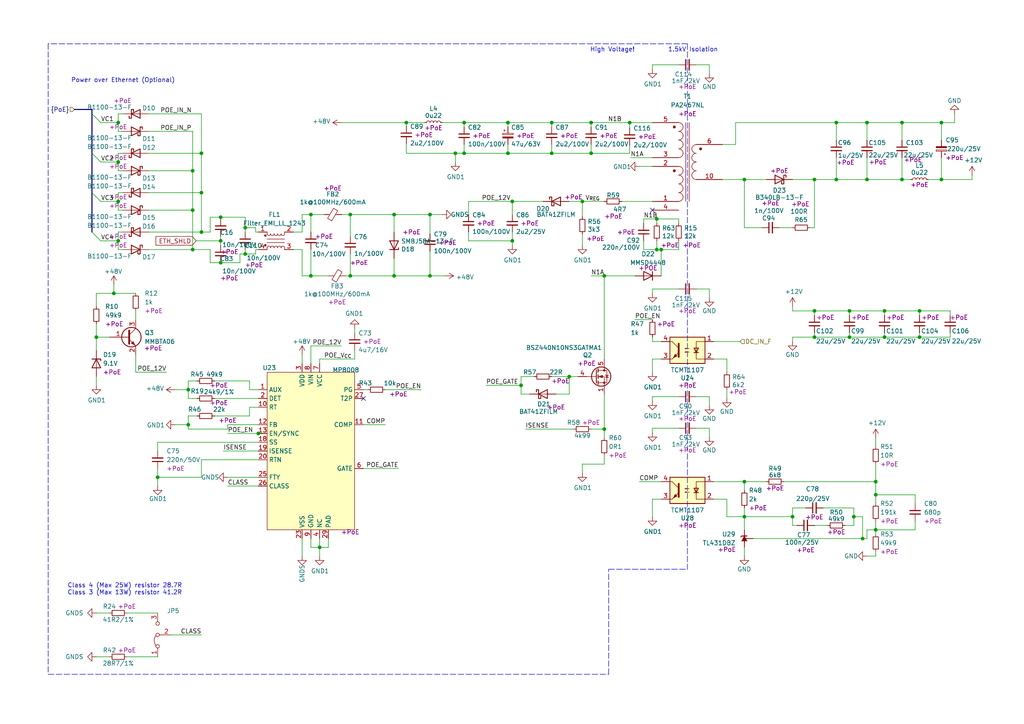
<source format=kicad_sch>
(kicad_sch (version 20211123) (generator eeschema)
  (paper "A4")
  (title_block (title "Power over Ethernet") (date "2022-04-27") (rev "1.2b") (company "Nabu Casa") (comment 1 "www.nabucasa.com") (comment 2 "Yellow"))
  (junction (at 124.714 80.01))
  (junction (at 90.17 80.01))
  (junction (at 117.856 35.56))
  (junction (at 215.9 149.86) (diameter 0.9144))
  (junction (at 254 143.51) (diameter 0.9144))
  (junction (at 215.9 52.07))
  (junction (at 64.008 69.85))
  (junction (at 101.6 62.23) (diameter 0.9144))
  (junction (at 256.54 97.79) (diameter 0.9144))
  (junction (at 134.62 44.45) (diameter 0.9144))
  (junction (at 101.6 80.01) (diameter 0.9144))
  (junction (at 147.32 35.56) (diameter 0.9144))
  (junction (at 242.57 52.07))
  (junction (at 124.714 62.23))
  (junction (at 190.5 63.5))
  (junction (at 160.02 44.45) (diameter 0.9144))
  (junction (at 242.57 35.56) (diameter 0.9144))
  (junction (at 34.29 69.85) (diameter 0.9144))
  (junction (at 182.626 35.56))
  (junction (at 246.38 97.79) (diameter 0.9144))
  (junction (at 236.22 52.07))
  (junction (at 175.26 80.01) (diameter 0.9144))
  (junction (at 191.77 72.39))
  (junction (at 45.72 138.43) (diameter 0.9144))
  (junction (at 250.19 156.21))
  (junction (at 34.29 58.42) (diameter 0.9144))
  (junction (at 134.62 35.56))
  (junction (at 168.91 58.42) (diameter 0.9144))
  (junction (at 175.26 124.46) (diameter 0.9144))
  (junction (at 165.1 109.22) (diameter 0.9144))
  (junction (at 55.88 60.96) (diameter 0.9144))
  (junction (at 34.29 35.56) (diameter 0.9144))
  (junction (at 58.42 55.88) (diameter 0.9144))
  (junction (at 58.42 67.31) (diameter 0.9144))
  (junction (at 55.88 49.53) (diameter 0.9144))
  (junction (at 148.59 58.42) (diameter 0.9144))
  (junction (at 246.38 90.17) (diameter 0.9144))
  (junction (at 273.05 52.07))
  (junction (at 54.61 123.19) (diameter 0.9144))
  (junction (at 58.42 44.45) (diameter 0.9144))
  (junction (at 171.45 44.45))
  (junction (at 171.45 35.56) (diameter 0.9144))
  (junction (at 114.3 62.23) (diameter 0.9144))
  (junction (at 64.008 76.2))
  (junction (at 190.5 72.39) (diameter 0.9144))
  (junction (at 266.7 97.79) (diameter 0.9144))
  (junction (at 215.9 139.7) (diameter 0.9144))
  (junction (at 261.62 52.07))
  (junction (at 114.3 80.01) (diameter 0.9144))
  (junction (at 54.61 113.03) (diameter 0.9144))
  (junction (at 160.02 35.56) (diameter 0.9144))
  (junction (at 254 139.7) (diameter 0.9144))
  (junction (at 148.59 69.85) (diameter 0.9144))
  (junction (at 256.54 90.17) (diameter 0.9144))
  (junction (at 55.88 72.39) (diameter 0.9144))
  (junction (at 64.008 62.992))
  (junction (at 254 153.67) (diameter 0.9144))
  (junction (at 132.08 44.45))
  (junction (at 90.17 62.23))
  (junction (at 71.12 73.66))
  (junction (at 236.22 97.79) (diameter 0.9144))
  (junction (at 147.32 44.45) (diameter 0.9144))
  (junction (at 229.87 149.86) (diameter 0.9144))
  (junction (at 251.46 35.56) (diameter 0.9144))
  (junction (at 33.02 85.09) (diameter 0.9144))
  (junction (at 273.05 35.56) (diameter 0.9144))
  (junction (at 92.71 158.75) (diameter 0.9144))
  (junction (at 34.29 46.99) (diameter 0.9144))
  (junction (at 236.22 90.17) (diameter 0.9144))
  (junction (at 27.94 97.79) (diameter 0.9144))
  (junction (at 151.13 111.76) (diameter 0.9144))
  (junction (at 71.12 66.04))
  (junction (at 251.46 52.07))
  (junction (at 266.7 90.17) (diameter 0.9144))
  (junction (at 261.62 35.56) (diameter 0.9144))
  (junction (at 74.93 125.73))
  (junction (at 247.65 149.86))
  (no_connect (at 189.23 60.96))
  (no_connect (at 105.41 115.57))
  (bus_entry (at 26.67 33.02) (size 2.54 2.54) (stroke (width 0.1524)))
  (bus_entry (at 26.67 67.31) (size 2.54 2.54) (stroke (width 0.1524)))
  (bus_entry (at 26.67 44.45) (size 2.54 2.54) (stroke (width 0.1524)))
  (bus_entry (at 26.67 55.88) (size 2.54 2.54) (stroke (width 0.1524)))
  (wire (pts (xy 246.38 90.17) (xy 246.38 91.44)))
  (wire (pts (xy 229.87 149.86) (xy 229.87 152.4)))
  (polyline (pts (xy 13.97 12.7) (xy 13.97 195.58)) (stroke (width 0) (type dash)))
  (wire (pts (xy 49.53 184.15) (xy 58.42 184.15)))
  (wire (pts (xy 132.08 44.45) (xy 132.08 46.99)))
  (wire (pts (xy 215.9 139.7) (xy 215.9 142.24)))
  (wire (pts (xy 242.57 35.56) (xy 242.57 40.64)))
  (wire (pts (xy 74.168 73.66) (xy 71.12 73.66)))
  (wire (pts (xy 161.29 114.3) (xy 165.1 114.3)))
  (wire (pts (xy 186.69 72.39) (xy 190.5 72.39)))
  (wire (pts (xy 190.5 72.39) (xy 190.5 69.85)))
  (wire (pts (xy 74.168 67.31) (xy 74.168 66.04)))
  (wire (pts (xy 74.93 67.31) (xy 74.168 67.31)))
  (wire (pts (xy 60.96 62.992) (xy 60.96 67.31)))
  (wire (pts (xy 205.74 86.36) (xy 205.74 83.82)))
  (wire (pts (xy 205.74 115.062) (xy 201.93 115.062)))
  (wire (pts (xy 189.23 124.206) (xy 189.23 125.476)))
  (wire (pts (xy 196.85 124.206) (xy 189.23 124.206)))
  (wire (pts (xy 134.62 44.45) (xy 132.08 44.45)))
  (wire (pts (xy 242.57 52.07) (xy 251.46 52.07)))
  (wire (pts (xy 58.42 133.35) (xy 58.42 138.43)))
  (wire (pts (xy 58.42 138.43) (xy 45.72 138.43)))
  (wire (pts (xy 74.93 133.35) (xy 58.42 133.35)))
  (wire (pts (xy 182.626 44.45) (xy 182.626 42.164)))
  (wire (pts (xy 93.98 62.23) (xy 90.17 62.23)))
  (wire (pts (xy 196.85 63.5) (xy 196.85 64.77)))
  (wire (pts (xy 182.626 35.56) (xy 182.626 37.084)))
  (wire (pts (xy 87.63 102.87) (xy 87.63 105.41)))
  (wire (pts (xy 254 127) (xy 254 129.54)))
  (wire (pts (xy 43.18 67.31) (xy 58.42 67.31)))
  (bus (pts (xy 26.67 31.75) (xy 26.67 33.02)))
  (bus (pts (xy 26.67 33.02) (xy 26.67 44.45)))
  (bus (pts (xy 26.67 44.45) (xy 26.67 55.88)))
  (bus (pts (xy 26.67 55.88) (xy 26.67 67.31)))
  (wire (pts (xy 111.76 113.03) (xy 122.174 113.03)))
  (wire (pts (xy 151.13 114.3) (xy 151.13 111.76)))
  (wire (pts (xy 58.42 44.45) (xy 58.42 55.88)))
  (wire (pts (xy 92.71 158.75) (xy 92.71 161.29)))
  (wire (pts (xy 29.21 35.56) (xy 34.29 35.56)))
  (wire (pts (xy 72.39 113.03) (xy 72.39 110.49)))
  (wire (pts (xy 74.93 113.03) (xy 72.39 113.03)))
  (wire (pts (xy 124.714 62.23) (xy 128.27 62.23)))
  (wire (pts (xy 229.87 97.79) (xy 236.22 97.79)))
  (wire (pts (xy 132.08 44.45) (xy 117.856 44.45)))
  (wire (pts (xy 54.61 124.46) (xy 66.04 124.46)))
  (wire (pts (xy 54.61 115.57) (xy 57.15 115.57)))
  (wire (pts (xy 114.3 74.93) (xy 114.3 80.01)))
  (wire (pts (xy 148.59 58.42) (xy 157.48 58.42)))
  (wire (pts (xy 196.85 83.82) (xy 189.23 83.82)))
  (wire (pts (xy 58.42 55.88) (xy 58.42 67.31)))
  (wire (pts (xy 171.45 44.45) (xy 182.626 44.45)))
  (wire (pts (xy 256.54 96.52) (xy 256.54 97.79)))
  (wire (pts (xy 148.59 58.42) (xy 148.59 62.23)))
  (wire (pts (xy 189.23 83.82) (xy 189.23 85.09)))
  (wire (pts (xy 87.63 62.23) (xy 87.63 67.31)))
  (wire (pts (xy 90.17 100.33) (xy 99.06 100.33)))
  (wire (pts (xy 165.1 109.22) (xy 160.02 109.22)))
  (wire (pts (xy 135.89 58.42) (xy 135.89 62.23)))
  (wire (pts (xy 117.856 35.56) (xy 117.856 36.576)))
  (wire (pts (xy 95.25 80.01) (xy 90.17 80.01)))
  (wire (pts (xy 229.87 97.79) (xy 229.87 99.06)))
  (wire (pts (xy 152.4 124.46) (xy 166.37 124.46)))
  (wire (pts (xy 215.9 66.04) (xy 215.9 52.07)))
  (wire (pts (xy 266.7 96.52) (xy 266.7 97.79)))
  (wire (pts (xy 58.42 33.02) (xy 58.42 44.45)))
  (wire (pts (xy 190.5 63.5) (xy 196.85 63.5)))
  (wire (pts (xy 275.59 96.52) (xy 275.59 97.79)))
  (wire (pts (xy 254 160.02) (xy 254 161.29)))
  (wire (pts (xy 254 161.29) (xy 251.46 161.29)))
  (wire (pts (xy 236.22 90.17) (xy 246.38 90.17)))
  (wire (pts (xy 27.94 177.8) (xy 31.75 177.8)))
  (wire (pts (xy 215.9 149.86) (xy 229.87 149.86)))
  (wire (pts (xy 191.77 72.39) (xy 190.5 72.39)))
  (wire (pts (xy 191.77 80.01) (xy 191.77 72.39)))
  (wire (pts (xy 74.93 128.27) (xy 45.72 128.27)))
  (wire (pts (xy 45.72 128.27) (xy 45.72 130.81)))
  (wire (pts (xy 189.23 104.14) (xy 189.23 107.95)))
  (wire (pts (xy 205.74 18.796) (xy 201.93 18.796)))
  (wire (pts (xy 66.04 138.43) (xy 74.93 138.43)))
  (wire (pts (xy 71.12 73.66) (xy 71.12 72.39)))
  (wire (pts (xy 66.04 140.97) (xy 74.93 140.97)))
  (polyline (pts (xy 13.97 195.58) (xy 176.53 195.58)) (stroke (width 0) (type dash)))
  (wire (pts (xy 34.29 44.45) (xy 34.29 46.99)))
  (wire (pts (xy 245.11 152.4) (xy 247.65 152.4)))
  (wire (pts (xy 238.76 147.32) (xy 247.65 147.32)))
  (wire (pts (xy 247.65 149.86) (xy 247.65 147.32)))
  (wire (pts (xy 247.65 152.4) (xy 247.65 149.86)))
  (wire (pts (xy 168.91 58.42) (xy 175.26 58.42)))
  (wire (pts (xy 165.1 58.42) (xy 168.91 58.42)))
  (wire (pts (xy 236.22 90.17) (xy 236.22 91.44)))
  (wire (pts (xy 254 139.7) (xy 254 143.51)))
  (wire (pts (xy 254 134.62) (xy 254 139.7)))
  (wire (pts (xy 254 143.51) (xy 254 146.05)))
  (wire (pts (xy 191.77 104.14) (xy 189.23 104.14)))
  (wire (pts (xy 64.008 68.58) (xy 64.008 69.85)))
  (wire (pts (xy 101.6 62.23) (xy 101.6 68.58)))
  (wire (pts (xy 124.714 62.23) (xy 124.714 67.818)))
  (wire (pts (xy 276.86 35.56) (xy 276.86 33.02)))
  (wire (pts (xy 215.9 158.75) (xy 215.9 161.29)))
  (wire (pts (xy 87.63 62.23) (xy 90.17 62.23)))
  (wire (pts (xy 261.62 45.72) (xy 261.62 52.07)))
  (wire (pts (xy 210.82 113.03) (xy 210.82 115.57)))
  (wire (pts (xy 72.39 120.65) (xy 72.39 118.11)))
  (wire (pts (xy 62.23 120.65) (xy 72.39 120.65)))
  (wire (pts (xy 269.24 52.07) (xy 273.05 52.07)))
  (wire (pts (xy 205.74 21.336) (xy 205.74 18.796)))
  (wire (pts (xy 246.38 90.17) (xy 256.54 90.17)))
  (wire (pts (xy 227.33 139.7) (xy 254 139.7)))
  (wire (pts (xy 114.3 62.23) (xy 124.714 62.23)))
  (wire (pts (xy 55.88 72.39) (xy 60.96 72.39)))
  (wire (pts (xy 50.8 123.19) (xy 54.61 123.19)))
  (wire (pts (xy 185.42 48.26) (xy 189.23 48.26)))
  (wire (pts (xy 266.7 97.79) (xy 275.59 97.79)))
  (wire (pts (xy 56.896 69.85) (xy 64.008 69.85)))
  (polyline (pts (xy 176.53 195.58) (xy 176.53 165.1)) (stroke (width 0) (type dash)))
  (wire (pts (xy 254 153.67) (xy 254 154.94)))
  (wire (pts (xy 254 151.13) (xy 254 153.67)))
  (wire (pts (xy 151.13 111.76) (xy 151.13 109.22)))
  (wire (pts (xy 55.88 60.96) (xy 55.88 72.39)))
  (wire (pts (xy 34.29 60.96) (xy 34.29 58.42)))
  (wire (pts (xy 90.17 72.39) (xy 90.17 80.01)))
  (wire (pts (xy 236.22 52.07) (xy 242.57 52.07)))
  (wire (pts (xy 35.56 38.1) (xy 34.29 38.1)))
  (wire (pts (xy 205.74 124.206) (xy 201.93 124.206)))
  (wire (pts (xy 205.74 126.746) (xy 205.74 124.206)))
  (wire (pts (xy 36.83 190.5) (xy 45.72 190.5)))
  (wire (pts (xy 43.18 49.53) (xy 55.88 49.53)))
  (wire (pts (xy 134.62 41.91) (xy 134.62 44.45)))
  (wire (pts (xy 99.06 35.56) (xy 117.856 35.56)))
  (wire (pts (xy 251.46 52.07) (xy 261.62 52.07)))
  (wire (pts (xy 60.96 62.992) (xy 64.008 62.992)))
  (wire (pts (xy 151.13 109.22) (xy 154.94 109.22)))
  (wire (pts (xy 95.25 158.75) (xy 92.71 158.75)))
  (wire (pts (xy 95.25 156.21) (xy 95.25 158.75)))
  (wire (pts (xy 189.23 144.78) (xy 189.23 149.86)))
  (wire (pts (xy 191.77 144.78) (xy 189.23 144.78)))
  (wire (pts (xy 242.57 35.56) (xy 251.46 35.56)))
  (wire (pts (xy 251.46 35.56) (xy 261.62 35.56)))
  (wire (pts (xy 261.62 35.56) (xy 273.05 35.56)))
  (wire (pts (xy 55.88 49.53) (xy 55.88 60.96)))
  (wire (pts (xy 175.26 132.08) (xy 175.26 134.62)))
  (wire (pts (xy 64.008 62.992) (xy 64.008 63.5)))
  (wire (pts (xy 128.27 35.56) (xy 134.62 35.56)))
  (wire (pts (xy 39.37 102.87) (xy 39.37 107.95)))
  (wire (pts (xy 275.59 90.17) (xy 275.59 91.44)))
  (wire (pts (xy 134.62 35.56) (xy 147.32 35.56)))
  (wire (pts (xy 34.29 72.39) (xy 34.29 69.85)))
  (wire (pts (xy 207.01 99.06) (xy 214.63 99.06)))
  (wire (pts (xy 29.21 69.85) (xy 34.29 69.85)))
  (wire (pts (xy 153.67 114.3) (xy 151.13 114.3)))
  (wire (pts (xy 33.02 82.55) (xy 33.02 85.09)))
  (wire (pts (xy 27.94 97.79) (xy 27.94 101.6)))
  (wire (pts (xy 31.75 97.79) (xy 27.94 97.79)))
  (wire (pts (xy 134.62 35.56) (xy 134.62 36.83)))
  (wire (pts (xy 34.29 67.31) (xy 34.29 69.85)))
  (wire (pts (xy 147.32 35.56) (xy 147.32 36.83)))
  (wire (pts (xy 196.85 18.796) (xy 189.23 18.796)))
  (wire (pts (xy 182.88 45.72) (xy 189.23 45.72)))
  (wire (pts (xy 209.55 41.91) (xy 213.36 41.91)))
  (wire (pts (xy 213.36 41.91) (xy 213.36 35.56)))
  (wire (pts (xy 196.85 69.85) (xy 196.85 72.39)))
  (wire (pts (xy 182.626 35.56) (xy 189.23 35.56)))
  (wire (pts (xy 43.18 55.88) (xy 58.42 55.88)))
  (polyline (pts (xy 199.39 12.7) (xy 199.39 165.1)) (stroke (width 0) (type dash)))
  (wire (pts (xy 36.83 177.8) (xy 45.72 177.8)))
  (wire (pts (xy 250.19 156.21) (xy 251.46 156.21)))
  (wire (pts (xy 218.44 156.21) (xy 250.19 156.21)))
  (wire (pts (xy 160.02 41.91) (xy 160.02 44.45)))
  (wire (pts (xy 229.87 90.17) (xy 229.87 88.9)))
  (wire (pts (xy 101.6 62.23) (xy 114.3 62.23)))
  (wire (pts (xy 58.42 67.31) (xy 60.96 67.31)))
  (polyline (pts (xy 176.53 165.1) (xy 199.39 165.1)) (stroke (width 0) (type dash)))
  (wire (pts (xy 90.17 105.41) (xy 90.17 100.33)))
  (wire (pts (xy 29.21 46.99) (xy 34.29 46.99)))
  (wire (pts (xy 148.59 67.31) (xy 148.59 69.85)))
  (wire (pts (xy 175.26 114.3) (xy 175.26 124.46)))
  (wire (pts (xy 69.596 76.2) (xy 69.596 73.66)))
  (wire (pts (xy 62.23 110.49) (xy 72.39 110.49)))
  (wire (pts (xy 72.39 118.11) (xy 74.93 118.11)))
  (wire (pts (xy 105.41 123.19) (xy 111.76 123.19)))
  (polyline (pts (xy 199.39 12.7) (xy 13.97 12.7)) (stroke (width 0) (type dash)))
  (wire (pts (xy 215.9 149.86) (xy 215.9 153.67)))
  (wire (pts (xy 226.06 66.04) (xy 229.87 66.04)))
  (wire (pts (xy 186.69 69.85) (xy 186.69 72.39)))
  (wire (pts (xy 35.56 55.88) (xy 34.29 55.88)))
  (wire (pts (xy 265.43 153.67) (xy 265.43 151.13)))
  (wire (pts (xy 250.19 149.86) (xy 250.19 156.21)))
  (wire (pts (xy 247.65 149.86) (xy 250.19 149.86)))
  (wire (pts (xy 43.18 33.02) (xy 58.42 33.02)))
  (wire (pts (xy 35.56 33.02) (xy 34.29 33.02)))
  (wire (pts (xy 165.1 114.3) (xy 165.1 109.22)))
  (wire (pts (xy 229.87 52.07) (xy 236.22 52.07)))
  (wire (pts (xy 140.97 111.76) (xy 151.13 111.76)))
  (wire (pts (xy 34.29 49.53) (xy 34.29 46.99)))
  (wire (pts (xy 171.45 35.56) (xy 171.45 36.83)))
  (wire (pts (xy 62.23 115.57) (xy 74.93 115.57)))
  (wire (pts (xy 266.7 90.17) (xy 275.59 90.17)))
  (wire (pts (xy 207.01 104.14) (xy 210.82 104.14)))
  (wire (pts (xy 168.91 134.62) (xy 168.91 137.16)))
  (wire (pts (xy 43.18 44.45) (xy 58.42 44.45)))
  (wire (pts (xy 102.87 104.14) (xy 102.87 101.6)))
  (wire (pts (xy 215.9 147.32) (xy 215.9 149.86)))
  (wire (pts (xy 87.63 80.01) (xy 90.17 80.01)))
  (wire (pts (xy 87.63 156.21) (xy 87.63 161.29)))
  (wire (pts (xy 236.22 96.52) (xy 236.22 97.79)))
  (wire (pts (xy 27.94 109.22) (xy 27.94 111.76)))
  (wire (pts (xy 34.29 55.88) (xy 34.29 58.42)))
  (wire (pts (xy 147.32 35.56) (xy 160.02 35.56)))
  (wire (pts (xy 35.56 49.53) (xy 34.29 49.53)))
  (wire (pts (xy 54.61 120.65) (xy 54.61 123.19)))
  (wire (pts (xy 57.15 120.65) (xy 54.61 120.65)))
  (wire (pts (xy 54.61 123.19) (xy 54.61 124.46)))
  (wire (pts (xy 236.22 66.04) (xy 236.22 52.07)))
  (wire (pts (xy 205.74 117.602) (xy 205.74 115.062)))
  (wire (pts (xy 265.43 143.51) (xy 265.43 146.05)))
  (wire (pts (xy 254 143.51) (xy 265.43 143.51)))
  (wire (pts (xy 124.714 72.898) (xy 124.714 80.01)))
  (wire (pts (xy 220.98 66.04) (xy 215.9 66.04)))
  (wire (pts (xy 85.09 67.31) (xy 87.63 67.31)))
  (wire (pts (xy 196.85 115.062) (xy 189.23 115.062)))
  (wire (pts (xy 171.45 35.56) (xy 182.626 35.56)))
  (wire (pts (xy 43.18 72.39) (xy 55.88 72.39)))
  (wire (pts (xy 87.63 72.39) (xy 87.63 80.01)))
  (wire (pts (xy 135.89 67.31) (xy 135.89 69.85)))
  (wire (pts (xy 134.62 44.45) (xy 147.32 44.45)))
  (wire (pts (xy 39.37 90.17) (xy 39.37 92.71)))
  (wire (pts (xy 105.41 135.89) (xy 115.57 135.89)))
  (wire (pts (xy 124.714 80.01) (xy 129.032 80.01)))
  (wire (pts (xy 101.6 73.66) (xy 101.6 80.01)))
  (wire (pts (xy 74.168 66.04) (xy 71.12 66.04)))
  (wire (pts (xy 101.6 80.01) (xy 114.3 80.01)))
  (wire (pts (xy 114.3 80.01) (xy 124.714 80.01)))
  (wire (pts (xy 100.33 80.01) (xy 101.6 80.01)))
  (wire (pts (xy 205.74 83.82) (xy 201.93 83.82)))
  (wire (pts (xy 66.04 123.19) (xy 74.93 123.19)))
  (wire (pts (xy 66.04 124.46) (xy 66.04 123.19)))
  (wire (pts (xy 71.12 66.04) (xy 71.12 67.31)))
  (wire (pts (xy 29.21 58.42) (xy 34.29 58.42)))
  (wire (pts (xy 207.01 139.7) (xy 215.9 139.7)))
  (wire (pts (xy 215.9 139.7) (xy 222.25 139.7)))
  (wire (pts (xy 168.91 134.62) (xy 175.26 134.62)))
  (wire (pts (xy 43.18 60.96) (xy 55.88 60.96)))
  (wire (pts (xy 117.856 41.656) (xy 117.856 44.45)))
  (wire (pts (xy 34.29 33.02) (xy 34.29 35.56)))
  (wire (pts (xy 251.46 45.72) (xy 251.46 52.07)))
  (wire (pts (xy 168.91 58.42) (xy 168.91 62.865)))
  (wire (pts (xy 175.26 80.01) (xy 175.26 104.14)))
  (wire (pts (xy 35.56 72.39) (xy 34.29 72.39)))
  (wire (pts (xy 273.05 52.07) (xy 281.94 52.07)))
  (wire (pts (xy 273.05 45.72) (xy 273.05 52.07)))
  (wire (pts (xy 60.96 72.39) (xy 60.96 76.2)))
  (wire (pts (xy 74.168 73.66) (xy 74.168 72.39)))
  (wire (pts (xy 74.168 72.39) (xy 74.93 72.39)))
  (wire (pts (xy 54.61 110.49) (xy 57.15 110.49)))
  (wire (pts (xy 76.2 125.73) (xy 74.93 125.73)))
  (wire (pts (xy 45.72 135.89) (xy 45.72 138.43)))
  (wire (pts (xy 234.95 66.04) (xy 236.22 66.04)))
  (wire (pts (xy 189.23 115.062) (xy 189.23 116.332)))
  (wire (pts (xy 210.82 144.78) (xy 210.82 149.86)))
  (wire (pts (xy 210.82 149.86) (xy 215.9 149.86)))
  (wire (pts (xy 207.01 144.78) (xy 210.82 144.78)))
  (wire (pts (xy 27.94 85.09) (xy 27.94 88.9)))
  (wire (pts (xy 33.02 85.09) (xy 27.94 85.09)))
  (wire (pts (xy 39.37 85.09) (xy 33.02 85.09)))
  (wire (pts (xy 256.54 90.17) (xy 266.7 90.17)))
  (wire (pts (xy 117.856 35.56) (xy 123.19 35.56)))
  (wire (pts (xy 246.38 97.79) (xy 256.54 97.79)))
  (wire (pts (xy 185.42 139.7) (xy 191.77 139.7)))
  (wire (pts (xy 160.02 35.56) (xy 160.02 36.83)))
  (wire (pts (xy 213.36 35.56) (xy 242.57 35.56)))
  (wire (pts (xy 64.008 76.2) (xy 69.596 76.2)))
  (wire (pts (xy 175.26 124.46) (xy 175.26 127)))
  (wire (pts (xy 160.02 35.56) (xy 171.45 35.56)))
  (wire (pts (xy 160.02 44.45) (xy 171.45 44.45)))
  (wire (pts (xy 251.46 153.67) (xy 251.46 156.21)))
  (wire (pts (xy 254 153.67) (xy 251.46 153.67)))
  (wire (pts (xy 189.23 99.06) (xy 191.77 99.06)))
  (wire (pts (xy 189.23 97.79) (xy 189.23 99.06)))
  (wire (pts (xy 27.94 93.98) (xy 27.94 97.79)))
  (wire (pts (xy 281.94 52.07) (xy 281.94 50.8)))
  (wire (pts (xy 256.54 90.17) (xy 256.54 91.44)))
  (wire (pts (xy 273.05 35.56) (xy 273.05 40.64)))
  (wire (pts (xy 71.12 62.992) (xy 71.12 66.04)))
  (wire (pts (xy 229.87 152.4) (xy 231.14 152.4)))
  (wire (pts (xy 242.57 45.72) (xy 242.57 52.07)))
  (wire (pts (xy 246.38 96.52) (xy 246.38 97.79)))
  (wire (pts (xy 147.32 41.91) (xy 147.32 44.45)))
  (wire (pts (xy 229.87 147.32) (xy 229.87 149.86)))
  (wire (pts (xy 233.68 147.32) (xy 229.87 147.32)))
  (wire (pts (xy 34.29 38.1) (xy 34.29 35.56)))
  (wire (pts (xy 171.45 80.01) (xy 175.26 80.01)))
  (wire (pts (xy 175.26 80.01) (xy 184.15 80.01)))
  (wire (pts (xy 35.56 67.31) (xy 34.29 67.31)))
  (wire (pts (xy 236.22 97.79) (xy 246.38 97.79)))
  (wire (pts (xy 114.3 67.31) (xy 114.3 62.23)))
  (wire (pts (xy 135.89 58.42) (xy 148.59 58.42)))
  (wire (pts (xy 254 153.67) (xy 265.43 153.67)))
  (wire (pts (xy 90.17 156.21) (xy 90.17 158.75)))
  (wire (pts (xy 90.17 158.75) (xy 92.71 158.75)))
  (wire (pts (xy 92.71 158.75) (xy 92.71 156.21)))
  (wire (pts (xy 60.96 76.2) (xy 64.008 76.2)))
  (wire (pts (xy 236.22 152.4) (xy 240.03 152.4)))
  (wire (pts (xy 168.91 71.12) (xy 168.91 67.945)))
  (wire (pts (xy 171.45 41.91) (xy 171.45 44.45)))
  (wire (pts (xy 50.8 113.03) (xy 54.61 113.03)))
  (wire (pts (xy 64.008 69.85) (xy 64.008 71.12)))
  (wire (pts (xy 229.87 90.17) (xy 236.22 90.17)))
  (wire (pts (xy 55.88 38.1) (xy 55.88 49.53)))
  (wire (pts (xy 184.15 92.71) (xy 189.23 92.71)))
  (bus (pts (xy 21.59 31.75) (xy 26.67 31.75)))
  (wire (pts (xy 210.82 104.14) (xy 210.82 107.95)))
  (wire (pts (xy 209.55 52.07) (xy 215.9 52.07)))
  (wire (pts (xy 135.89 69.85) (xy 148.59 69.85)))
  (wire (pts (xy 35.56 44.45) (xy 34.29 44.45)))
  (wire (pts (xy 266.7 90.17) (xy 266.7 91.44)))
  (wire (pts (xy 189.23 18.796) (xy 189.23 20.066)))
  (wire (pts (xy 39.37 107.95) (xy 48.26 107.95)))
  (wire (pts (xy 273.05 35.56) (xy 276.86 35.56)))
  (wire (pts (xy 92.71 104.14) (xy 102.87 104.14)))
  (wire (pts (xy 92.71 105.41) (xy 92.71 104.14)))
  (wire (pts (xy 99.06 62.23) (xy 101.6 62.23)))
  (wire (pts (xy 171.45 124.46) (xy 175.26 124.46)))
  (wire (pts (xy 54.61 113.03) (xy 54.61 115.57)))
  (wire (pts (xy 54.61 110.49) (xy 54.61 113.03)))
  (wire (pts (xy 256.54 97.79) (xy 266.7 97.79)))
  (wire (pts (xy 90.17 62.23) (xy 90.17 67.31)))
  (wire (pts (xy 35.56 60.96) (xy 34.29 60.96)))
  (wire (pts (xy 165.1 109.22) (xy 167.64 109.22)))
  (wire (pts (xy 148.59 69.85) (xy 148.59 71.12)))
  (wire (pts (xy 64.008 62.992) (xy 71.12 62.992)))
  (wire (pts (xy 251.46 35.56) (xy 251.46 40.64)))
  (wire (pts (xy 261.62 35.56) (xy 261.62 40.64)))
  (wire (pts (xy 196.85 72.39) (xy 191.77 72.39)))
  (wire (pts (xy 147.32 44.45) (xy 160.02 44.45)))
  (wire (pts (xy 69.596 73.66) (xy 71.12 73.66)))
  (wire (pts (xy 45.72 140.97) (xy 45.72 138.43)))
  (wire (pts (xy 261.62 52.07) (xy 264.16 52.07)))
  (wire (pts (xy 85.09 72.39) (xy 87.63 72.39)))
  (wire (pts (xy 215.9 52.07) (xy 222.25 52.07)))
  (wire (pts (xy 64.77 130.81) (xy 74.93 130.81)))
  (wire (pts (xy 66.04 125.73) (xy 74.93 125.73)))
  (wire (pts (xy 27.94 190.5) (xy 31.75 190.5)))
  (wire (pts (xy 43.18 38.1) (xy 55.88 38.1)))
  (wire (pts (xy 190.5 63.5) (xy 186.69 63.5)))
  (wire (pts (xy 190.5 64.77) (xy 190.5 63.5)))
  (wire (pts (xy 186.69 63.5) (xy 186.69 64.77)))
  (wire (pts (xy 102.87 95.25) (xy 102.87 96.52)))
  (wire (pts (xy 105.41 113.03) (xy 106.68 113.03)))
  (wire (pts (xy 180.34 58.42) (xy 189.23 58.42)))
  (text "Class 4 (Max 25W) resistor 28.7R\nClass 3 (Max 13W) resistor 41.2R" (at 19.558 172.72 0) (effects (font (size 1.27 1.27)) (justify left bottom)))
  (text "Power over Ethernet (Optional)" (at 50.8 24.13 180) (effects (font (size 1.27 1.27)) (justify right bottom)))
  (text "High Voltage!" (at 184.15 15.24 180) (effects (font (size 1.27 1.27)) (justify right bottom)))
  (text "1.5kV Isolation" (at 208.28 15.24 180) (effects (font (size 1.27 1.27)) (justify right bottom)))
  (label "POE_IN_P" (at 46.482 38.1 0))
  (label "VC2" (at 33.02 46.99 180))
  (label "VC1" (at 33.02 35.56 180))
  (label "CLASS" (at 66.04 140.97 0))
  (label "POE_12V" (at 99.06 100.33 180))
  (label "POE_GATE" (at 115.57 135.89 180))
  (label "POE_EN" (at 66.04 125.73 0))
  (label "POE_EN" (at 184.15 92.71 0))
  (label "CLASS" (at 58.42 184.15 180))
  (label "N1B" (at 186.69 63.5 0))
  (label "COMP" (at 185.42 139.7 0))
  (label "COMP" (at 111.76 123.19 180))
  (label "POE_EN" (at 122.174 113.03 180))
  (label "V_{REG}" (at 173.99 58.42 180))
  (label "POE_12V" (at 48.26 107.95 180))
  (label "VC3" (at 33.02 58.42 180))
  (label "N1B" (at 180.34 35.56 180))
  (label "POE_IN_N" (at 46.482 33.02 0))
  (label "POE_12V" (at 139.7 58.42 0))
  (label "N1A" (at 171.45 80.01 0))
  (label "ISENSE" (at 152.4 124.46 0))
  (label "POE_V_{CC}" (at 93.98 104.14 0))
  (label "POE_GATE" (at 140.97 111.76 0))
  (label "ISENSE" (at 64.77 130.81 0))
  (label "N1A" (at 182.88 45.72 0))
  (label "VC4" (at 33.02 69.85 180))
  (global_label "ETH_SHLD" (shape input) (at 56.896 69.85 180) (property "Intersheet References" "${INTERSHEET_REFS}" (effects hide)))
  (hierarchical_label "{PoE}" (shape input) (at 21.59 31.75 180))
  (hierarchical_label "DC_IN_F" (shape input) (at 214.63 99.06 0))
  (symbol (lib_id "Device:D_Schottky") (at 39.37 67.31 0) (mirror x) (unit 1)
    (property "Reference" "D16" (at 43.18 65.6398 0))
    (property "Value" "B1100-13-F" (at 31.75 65.398 0))
    (property "Footprint" "Diode_SMD:D_SMA" (effects hide))
    (property "Config" "+PoE" (at 34.29 68.58 0))
    (property "Manufacturer" "Diodes Incorporated" (effects hide))
    (property "PartNumber" "B1100-13-F" (effects hide))
  )
  (symbol (lib_id "Device:C_Small") (at 199.39 115.062 90) (unit 1)
    (property "Reference" "C90" (at 200.7806 117.8178 90) (effects (justify left)))
    (property "Value" "1nF/2kV" (at 203.079 119.723 90) (effects (justify left)))
    (property "Footprint" "Capacitor_SMD:C_1812_4532Metric" (effects hide))
    (property "Config" "+PoE" (at 199.39 121.412 90))
  )
  (symbol (lib_id "power:GND1") (at 27.94 111.76 0) (unit 1)
    (property "Reference" "#PWR062" (effects hide))
    (property "Value" "GND1" (at 28.0543 116.0844 0))
  )
  (symbol (lib_id "power:GNDS") (at 87.63 161.29 0) (unit 1)
    (property "Reference" "#PWR070" (effects hide))
    (property "Value" "GNDS" (at 87.63 166.37 90))
  )
  (symbol (lib_id "power:GND") (at 210.82 115.57 0) (unit 1)
    (property "Reference" "#PWR0183" (effects hide))
    (property "Value" "GND" (at 212.8393 119.3801 0) (effects (justify right)))
  )
  (symbol (lib_id "Device:R_Small") (at 232.41 66.04 90) (mirror x) (unit 1)
    (property "Reference" "R65" (at 234.3086 63.7287 90) (effects (justify left)))
    (property "Value" "100R" (at 234.321 61.316 90) (effects (justify left)))
    (property "Footprint" "Resistor_SMD:R_0805_2012Metric" (effects hide))
    (property "Config" "+PoE" (at 232.156 59.182 90))
  )
  (symbol (lib_id "Yellow:Filter_EMI_LL_1243") (at 80.01 69.85 0) (unit 1)
    (property "Reference" "FL1" (at 79.629 62.23 0))
    (property "Value" "Filter_EMI_LL_1243" (at 79.629 64.77 0))
    (property "Footprint" "Yellow:L_CommonModeChoke_Murata_DLW5B" (effects hide))
  )
  (symbol (lib_id "power:GND1") (at 189.23 125.476 0) (unit 1)
    (property "Reference" "#PWR0179" (effects hide))
    (property "Value" "GND1" (at 189.3443 129.8004 0))
  )
  (symbol (lib_id "Device:R_Small") (at 59.69 110.49 90) (unit 1)
    (property "Reference" "R45" (at 57.15 108.585 90))
    (property "Value" "49k9" (at 62.23 108.585 90))
    (property "Footprint" "Resistor_SMD:R_0402_1005Metric" (effects hide))
    (property "Config" "+PoE" (at 63.5 111.76 90))
  )
  (symbol (lib_id "Device:C_Small") (at 275.59 93.98 0) (unit 1)
    (property "Reference" "C106" (at 276.0092 96.0056 0) (effects (justify left)))
    (property "Value" "22u/25V" (at 276.009 98.939 0) (effects (justify left)))
    (property "Footprint" "Capacitor_SMD:C_0805_2012Metric" (effects hide))
    (property "Config" "+PoE" (at 278.13 92.075 0))
  )
  (symbol (lib_id "power:GND") (at 251.46 161.29 270) (unit 1)
    (property "Reference" "#PWR0159" (effects hide))
    (property "Value" "GND" (at 248.92 161.29 90) (effects (justify right)))
  )
  (symbol (lib_id "Device:D_Zener") (at 114.3 71.12 270) (mirror x) (unit 1)
    (property "Reference" "D18" (at 116.3321 72.2694 90) (effects (justify left)))
    (property "Value" "SMBJ58A-13-F" (at 116.332 69.971 90) (effects (justify left)))
    (property "Footprint" "Diode_SMD:D_SMB" (effects hide))
    (property "Datasheet" "https://www.diodes.com/assets/Datasheets/ds19002.pdf" (effects hide))
    (property "Config" "+PoE" (at 119.38 67.31 90))
    (property "Manufacturer" "Diodes Incorporated" (effects hide))
    (property "PartNumber" "SMBJ58A-13-F" (effects hide))
  )
  (symbol (lib_id "Device:R_Small") (at 242.57 152.4 270) (unit 1)
    (property "Reference" "R50" (at 242.57 148.59 90))
    (property "Value" "49k9" (at 242.57 150.495 90))
    (property "Footprint" "Resistor_SMD:R_0402_1005Metric" (effects hide))
    (property "Config" "+PoE" (at 242.57 154.305 90))
  )
  (symbol (lib_id "Device:C_Small") (at 160.02 39.37 0) (unit 1)
    (property "Reference" "C87" (at 161.0742 36.9506 0) (effects (justify left)))
    (property "Value" "2u2/100V" (at 161.074 41.789 0) (effects (justify left)))
    (property "Footprint" "Capacitor_SMD:C_1206_3216Metric" (effects hide))
    (property "Config" "+PoE" (at 165.1 39.37 0))
  )
  (symbol (lib_id "Device:R_Small") (at 175.26 129.54 0) (unit 1)
    (property "Reference" "R60" (at 176.53 126.9999 0) (effects (justify left)))
    (property "Value" "0R1" (at 176.53 129.5399 0) (effects (justify left)))
    (property "Footprint" "Resistor_SMD:R_1206_3216Metric" (effects hide))
    (property "Config" "+PoE" (at 176.53 132.0799 0) (effects (justify left)))
    (property "Characteristics" "0.1 Watt" (effects hide))
  )
  (symbol (lib_id "Device:R_Small") (at 109.22 113.03 90) (unit 1)
    (property "Reference" "R43" (at 107.95 111.125 90) (effects (justify left)))
    (property "Value" "10k" (at 114.935 111.125 90) (effects (justify left)))
    (property "Footprint" "Resistor_SMD:R_0402_1005Metric" (effects hide))
    (property "Config" "+PoE" (at 115.57 114.3 90))
  )
  (symbol (lib_id "Device:C_Small") (at 199.39 18.796 90) (unit 1)
    (property "Reference" "C114" (at 200.7806 21.5518 90) (effects (justify left)))
    (property "Value" "1nF/2kV" (at 203.079 23.457 90) (effects (justify left)))
    (property "Footprint" "Capacitor_SMD:C_1812_4532Metric" (effects hide))
    (property "Config" "+PoE" (at 199.39 25.146 90))
  )
  (symbol (lib_id "Device:C_Small") (at 242.57 43.18 0) (unit 1)
    (property "Reference" "C96" (at 242.9892 41.3956 0) (effects (justify left)))
    (property "Value" "1u/25V" (at 242.989 45.091 0) (effects (justify left)))
    (property "Footprint" "Capacitor_SMD:C_0402_1005Metric" (effects hide))
    (property "Config" "+PoE" (at 245.237 47.117 0))
  )
  (symbol (lib_id "Device:R_Small") (at 254 157.48 180) (unit 1)
    (property "Reference" "R53" (at 255.27 154.9399 0) (effects (justify right)))
    (property "Value" "49k9" (at 255.27 157.4799 0) (effects (justify right)))
    (property "Footprint" "Resistor_SMD:R_0402_1005Metric" (effects hide))
    (property "Config" "+PoE" (at 255.27 160.0199 0) (effects (justify right)))
  )
  (symbol (lib_id "power:GND1") (at 168.91 71.12 0) (unit 1)
    (property "Reference" "#PWR0177" (effects hide))
    (property "Value" "GND1" (at 169.0243 75.4444 0))
  )
  (symbol (lib_id "Device:C_Small") (at 45.72 133.35 180) (unit 1)
    (property "Reference" "C75" (at 48.26 130.8099 0) (effects (justify right)))
    (property "Value" "220n/50V" (at 48.26 133.3499 0) (effects (justify right)))
    (property "Footprint" "Capacitor_SMD:C_0805_2012Metric" (effects hide))
    (property "Config" "+PoE" (at 48.26 135.8899 0) (effects (justify right)))
  )
  (symbol (lib_id "power:GND1") (at 92.71 161.29 0) (unit 1)
    (property "Reference" "#PWR0166" (effects hide))
    (property "Value" "GND1" (at 92.8243 165.6144 0))
  )
  (symbol (lib_id "Device:C_Small") (at 236.22 93.98 0) (unit 1)
    (property "Reference" "C102" (at 236.6392 96.0056 0) (effects (justify left)))
    (property "Value" "22u/25V" (at 236.639 98.939 0) (effects (justify left)))
    (property "Footprint" "Capacitor_SMD:C_0805_2012Metric" (effects hide))
    (property "Config" "+PoE" (at 239.395 92.075 0))
  )
  (symbol (lib_id "power:GND1") (at 189.23 85.09 0) (unit 1)
    (property "Reference" "#PWR0220" (effects hide))
    (property "Value" "GND1" (at 189.3443 89.4144 0))
  )
  (symbol (lib_id "power:GND1") (at 132.08 46.99 0) (unit 1)
    (property "Reference" "#PWR0173" (effects hide))
    (property "Value" "GND1" (at 132.1943 51.3144 0))
  )
  (symbol (lib_id "Device:R_Small") (at 190.5 67.31 0) (unit 1)
    (property "Reference" "R63" (at 191.9987 66.1606 0) (effects (justify left)))
    (property "Value" "12k" (at 191.999 68.459 0) (effects (justify left)))
    (property "Footprint" "Resistor_SMD:R_1206_3216Metric" (effects hide))
    (property "Config" "+PoE" (at 194.31 71.12 0))
  )
  (symbol (lib_id "Device:C_Small") (at 266.7 93.98 0) (unit 1)
    (property "Reference" "C104" (at 267.1192 96.0056 0) (effects (justify left)))
    (property "Value" "22u/25V" (at 267.119 98.939 0) (effects (justify left)))
    (property "Footprint" "Capacitor_SMD:C_0805_2012Metric" (effects hide))
    (property "Config" "+PoE" (at 269.875 92.075 0))
  )
  (symbol (lib_id "power:+48V") (at 129.032 80.01 270) (unit 1)
    (property "Reference" "#PWR0165" (effects hide))
    (property "Value" "+48V" (at 132.2071 80.3783 90) (effects (justify left)))
  )
  (symbol (lib_id "Device:D_Schottky") (at 39.37 38.1 0) (mirror y) (unit 1)
    (property "Reference" "D11" (at 43.18 40.2398 0))
    (property "Value" "B1100-13-F" (at 31.75 39.998 0))
    (property "Footprint" "Diode_SMD:D_SMA" (effects hide))
    (property "Config" "+PoE" (at 34.29 36.83 0))
    (property "Manufacturer" "Diodes Incorporated" (effects hide))
    (property "PartNumber" "B1100-13-F" (effects hide))
  )
  (symbol (lib_id "power:GND1") (at 189.23 107.95 0) (unit 1)
    (property "Reference" "#PWR027" (effects hide))
    (property "Value" "GND1" (at 189.3443 112.2744 0))
  )
  (symbol (lib_id "Device:R_Small") (at 157.48 109.22 90) (unit 1)
    (property "Reference" "R57" (at 153.67 107.95 90))
    (property "Value" "22R" (at 161.29 107.95 90))
    (property "Footprint" "Resistor_SMD:R_0805_2012Metric" (effects hide))
    (property "Config" "+PoE" (at 162.56 110.49 90))
  )
  (symbol (lib_id "Device:L_Small") (at 125.73 35.56 90) (unit 1)
    (property "Reference" "L4" (at 125.73 31.496 90))
    (property "Value" "0u22" (at 125.73 33.528 90))
    (property "Footprint" "Inductor_SMD:L_Taiyo-Yuden_NR-50xx" (effects hide))
    (property "Manufacturer" "Taiyo Yuden" (effects hide))
    (property "PartNumber" "NRS8030T3R3MJGJ" (effects hide))
    (property "Config" "+PoE" (at 125.73 37.084 90))
  )
  (symbol (lib_id "power:+48V") (at 99.06 35.56 90) (unit 1)
    (property "Reference" "#PWR0169" (effects hide))
    (property "Value" "+48V" (at 95.8849 35.1917 90) (effects (justify left)))
  )
  (symbol (lib_id "Device:C_Small") (at 265.43 148.59 180) (unit 1)
    (property "Reference" "C80" (at 267.97 146.0499 0) (effects (justify right)))
    (property "Value" "680p" (at 267.97 148.5899 0) (effects (justify right)))
    (property "Footprint" "Capacitor_SMD:C_0402_1005Metric" (effects hide))
    (property "Config" "+PoE" (at 267.97 151.1299 0) (effects (justify right)))
  )
  (symbol (lib_id "Device:C_Small") (at 199.39 124.206 90) (unit 1)
    (property "Reference" "C93" (at 200.7806 126.9618 90) (effects (justify left)))
    (property "Value" "1nF/2kV" (at 203.079 128.867 90) (effects (justify left)))
    (property "Footprint" "Capacitor_SMD:C_1812_4532Metric" (effects hide))
    (property "Config" "+PoE" (at 199.39 130.556 90))
  )
  (symbol (lib_id "power:+48V") (at 87.63 102.87 0) (unit 1)
    (property "Reference" "#PWR0164" (effects hide))
    (property "Value" "+48V" (at 84.8233 99.0599 0) (effects (justify left)))
  )
  (symbol (lib_id "power:+12V") (at 254 127 0) (unit 1)
    (property "Reference" "#PWR0160" (effects hide))
    (property "Value" "+12V" (at 254.3683 122.6756 0))
  )
  (symbol (lib_id "Jumper:Jumper_3_Bridged12") (at 45.72 184.15 90) (unit 1)
    (property "Reference" "JP5" (at 52.07 177.1649 90) (effects (justify left)))
    (property "Value" "Conn_01x03_Male" (effects hide))
    (property "Footprint" "Connector_PinHeader_2.54mm:PinHeader_1x03_P2.54mm_Vertical" (effects hide))
    (property "Manufacturer" "Adam Tech" (effects hide))
    (property "PartNumber" "PH1-03-UA" (effects hide))
  )
  (symbol (lib_id "Device:L_Small") (at 266.7 52.07 90) (unit 1)
    (property "Reference" "L5" (at 266.7 48.006 90))
    (property "Value" "0u22" (at 266.7 50.038 90))
    (property "Footprint" "Inductor_SMD:L_Taiyo-Yuden_NR-50xx" (effects hide))
    (property "Manufacturer" "Taiyo Yuden" (effects hide))
    (property "PartNumber" "NRS8030T3R3MJGJ" (effects hide))
    (property "Config" "+PoE" (at 266.7 53.594 90))
  )
  (symbol (lib_id "Device:Ferrite_Bead_Small") (at 96.52 62.23 90) (unit 1)
    (property "Reference" "FB2" (at 96.52 56.318 90))
    (property "Value" "1k@100MHz/600mA" (at 96.52 58.617 90))
    (property "Footprint" "Resistor_SMD:R_0805_2012Metric" (effects hide))
    (property "Config" "+PoE" (at 96.52 54.61 90))
    (property "Manufacturer" "Würth Elektronik" (effects hide))
    (property "PartNumber" "742792031" (effects hide))
  )
  (symbol (lib_id "Device:R_Small") (at 168.91 65.405 0) (unit 1)
    (property "Reference" "R56" (at 170.4087 64.2556 0) (effects (justify left)))
    (property "Value" "3k3" (at 170.409 66.554 0) (effects (justify left)))
    (property "Footprint" "Resistor_SMD:R_0402_1005Metric" (effects hide))
    (property "Config" "+PoE" (at 172.72 69.215 0))
  )
  (symbol (lib_id "power:GND1") (at 189.23 116.332 0) (unit 1)
    (property "Reference" "#PWR037" (effects hide))
    (property "Value" "GND1" (at 189.3443 120.6564 0))
  )
  (symbol (lib_id "power:+12V") (at 281.94 50.8 0) (unit 1)
    (property "Reference" "#PWR0188" (effects hide))
    (property "Value" "+12V" (at 282.3083 46.4756 0))
  )
  (symbol (lib_id "power:GND") (at 229.87 99.06 0) (unit 1)
    (property "Reference" "#PWR0187" (effects hide))
    (property "Value" "GND" (at 231.8893 102.8701 0) (effects (justify right)))
  )
  (symbol (lib_id "Device:C_Small") (at 102.87 99.06 0) (unit 1)
    (property "Reference" "C73" (at 103.9242 96.6406 0) (effects (justify left)))
    (property "Value" "4u7/16V" (at 103.924 101.479 0) (effects (justify left)))
    (property "Footprint" "Capacitor_SMD:C_0805_2012Metric" (effects hide))
    (property "Config" "+PoE" (at 107.95 99.06 0))
  )
  (symbol (lib_id "power:GND1") (at 102.87 95.25 180) (unit 1)
    (property "Reference" "#PWR0155" (effects hide))
    (property "Value" "GND1" (at 102.7557 90.9256 0))
  )
  (symbol (lib_id "Device:R_Small") (at 168.91 124.46 90) (unit 1)
    (property "Reference" "R58" (at 166.37 122.555 90))
    (property "Value" "4k99" (at 168.91 126.365 90))
    (property "Footprint" "Resistor_SMD:R_0402_1005Metric" (effects hide))
    (property "Config" "+PoE" (at 171.45 122.555 90))
  )
  (symbol (lib_id "Transistor_BJT:MMBTA42") (at 36.83 97.79 0) (unit 1)
    (property "Reference" "Q3" (at 41.91 96.5199 0) (effects (justify left)))
    (property "Value" "MMBTA06" (at 41.91 99.0599 0) (effects (justify left)))
    (property "Footprint" "Package_TO_SOT_SMD:SOT-23" (effects hide))
    (property "Datasheet" "https://www.onsemi.com/pub/Collateral/MMBTA42LT1-D.PDF" (effects hide))
    (property "Config" "+PoE" (at 44.45 100.965 0))
    (property "Manufacturer" "Diodes Incorporated" (effects hide))
    (property "PartNumber" "MMBTA06-7-F" (effects hide))
  )
  (symbol (lib_id "Device:D_Schottky") (at 39.37 72.39 0) (mirror y) (unit 1)
    (property "Reference" "D17" (at 43.18 74.5298 0))
    (property "Value" "B1100-13-F" (at 31.75 74.288 0))
    (property "Footprint" "Diode_SMD:D_SMA" (effects hide))
    (property "Config" "+PoE" (at 34.29 71.12 0))
    (property "Manufacturer" "Diodes Incorporated" (effects hide))
    (property "PartNumber" "B1100-13-F" (effects hide))
  )
  (symbol (lib_id "Device:D_Zener") (at 27.94 105.41 270) (unit 1)
    (property "Reference" "D19" (at 29.845 102.8699 90) (effects (justify left)))
    (property "Value" "9.1V" (at 29.845 105.4099 90) (effects (justify left)))
    (property "Footprint" "Diode_SMD:D_SOD-123" (effects hide))
    (property "Config" "+PoE" (at 29.845 107.9499 90) (effects (justify left)))
    (property "Manufacturer" "Diodes Incorporated" (effects hide))
    (property "PartNumber" "BZT52C9V1-7-F" (effects hide))
  )
  (symbol (lib_id "Device:C_Small") (at 261.62 43.18 0) (unit 1)
    (property "Reference" "C103" (at 262.6742 41.3956 0) (effects (justify left)))
    (property "Value" "22u/25V" (at 262.039 44.964 0) (effects (justify left)))
    (property "Footprint" "Capacitor_SMD:C_0805_2012Metric" (effects hide))
    (property "Config" "+PoE" (at 264.795 46.355 0))
  )
  (symbol (lib_id "Reference_Voltage:TL431DBZ") (at 215.9 156.21 270) (mirror x) (unit 1)
    (property "Reference" "U29" (at 213.36 154.9399 90) (effects (justify right)))
    (property "Value" "TL431DBZ" (at 213.36 157.4799 90) (effects (justify right)))
    (property "Footprint" "Package_TO_SOT_SMD:SOT-23" (effects hide))
    (property "Datasheet" "http://www.ti.com/lit/ds/symlink/tl431.pdf" (effects hide))
    (property "Config" "+PoE" (at 210.82 159.385 90))
    (property "Manufacturer" "Texas Instruments" (effects hide))
    (property "PartNumber" "TL431LIBCDBZR" (effects hide))
  )
  (symbol (lib_id "Device:Ferrite_Bead_Small") (at 97.79 80.01 90) (unit 1)
    (property "Reference" "FB3" (at 97.79 82.988 90))
    (property "Value" "1k@100MHz/600mA" (at 97.79 85.287 90))
    (property "Footprint" "Resistor_SMD:R_0805_2012Metric" (effects hide))
    (property "Config" "+PoE" (at 97.79 87.63 90))
    (property "Manufacturer" "Würth Elektronik" (effects hide))
    (property "PartNumber" "742792031" (effects hide))
  )
  (symbol (lib_id "Device:C_Small") (at 233.68 152.4 90) (unit 1)
    (property "Reference" "C77" (at 235.0706 155.1558 90) (effects (justify left)))
    (property "Value" "100n/25V" (at 237.496 157.315 90) (effects (justify left)))
    (property "Footprint" "Capacitor_SMD:C_0402_1005Metric" (effects hide))
    (property "Config" "+PoE" (at 233.68 159.512 90))
  )
  (symbol (lib_id "Device:R_Small") (at 254 148.59 180) (unit 1)
    (property "Reference" "R52" (at 255.27 146.0499 0) (effects (justify right)))
    (property "Value" "191k" (at 255.27 148.5899 0) (effects (justify right)))
    (property "Footprint" "Resistor_SMD:R_0402_1005Metric" (effects hide))
    (property "Config" "+PoE" (at 255.27 151.1299 0) (effects (justify right)))
  )
  (symbol (lib_id "power:GNDS") (at 27.94 190.5 270) (unit 1)
    (property "Reference" "#PWR017" (effects hide))
    (property "Value" "GNDS" (at 21.59 190.5 90))
  )
  (symbol (lib_id "Device:R_Small") (at 189.23 95.25 180) (unit 1)
    (property "Reference" "R47" (at 182.88 93.9799 0) (effects (justify right)))
    (property "Value" "1k" (at 182.88 96.5199 0) (effects (justify right)))
    (property "Footprint" "Resistor_SMD:R_0402_1005Metric" (effects hide))
    (property "Config" "+PoE" (at 190.5 93.9799 0) (effects (justify right)))
  )
  (symbol (lib_id "power:GND1") (at 45.72 140.97 0) (unit 1)
    (property "Reference" "#PWR079" (effects hide))
    (property "Value" "GND1" (at 45.8343 144.6594 0))
  )
  (symbol (lib_id "power:GND") (at 205.74 21.336 0) (unit 1)
    (property "Reference" "#PWR0199" (effects hide))
    (property "Value" "GND" (at 207.7593 25.1461 0) (effects (justify right)))
  )
  (symbol (lib_id "Device:C_Small") (at 124.714 70.358 0) (unit 1)
    (property "Reference" "C79" (at 125.7682 67.9386 0) (effects (justify left)))
    (property "Value" "100n/100V" (at 125.768 72.777 0) (effects (justify left)))
    (property "Footprint" "Capacitor_SMD:C_0805_2012Metric" (effects hide))
    (property "Config" "+PoE" (at 129.794 70.358 0))
  )
  (symbol (lib_id "Device:C_Small") (at 101.6 71.12 0) (unit 1)
    (property "Reference" "C76" (at 102.6542 68.7006 0) (effects (justify left)))
    (property "Value" "1n/100V" (at 102.654 73.539 0) (effects (justify left)))
    (property "Footprint" "Capacitor_SMD:C_0805_2012Metric" (effects hide))
    (property "Config" "+PoE" (at 104.14 76.2 0))
  )
  (symbol (lib_id "Device:R_Small") (at 254 132.08 180) (unit 1)
    (property "Reference" "R51" (at 255.27 129.5399 0) (effects (justify right)))
    (property "Value" "10R" (at 255.27 132.0799 0) (effects (justify right)))
    (property "Footprint" "Resistor_SMD:R_0402_1005Metric" (effects hide))
    (property "Config" "+PoE" (at 255.27 134.6199 0) (effects (justify right)))
  )
  (symbol (lib_id "Device:D_Schottky") (at 39.37 33.02 0) (mirror x) (unit 1)
    (property "Reference" "D10" (at 43.18 31.3498 0))
    (property "Value" "B1100-13-F" (at 31.75 31.108 0))
    (property "Footprint" "Diode_SMD:D_SMA" (effects hide))
    (property "Config" "+PoE" (at 35.56 29.21 0))
    (property "Manufacturer" "Diodes Incorporated" (effects hide))
    (property "PartNumber" "B1100-13-F" (effects hide))
  )
  (symbol (lib_id "Device:C_Small") (at 199.39 83.82 90) (unit 1)
    (property "Reference" "C115" (at 200.7806 86.5758 90) (effects (justify left)))
    (property "Value" "1nF/2kV" (at 203.079 88.481 90) (effects (justify left)))
    (property "Footprint" "Capacitor_SMD:C_1812_4532Metric" (effects hide))
    (property "Config" "+PoE" (at 199.39 90.17 90))
  )
  (symbol (lib_id "Device:R_Small") (at 34.29 177.8 90) (unit 1)
    (property "Reference" "R24" (at 31.75 175.895 90))
    (property "Value" "41R2/1%" (at 34.29 179.705 90))
    (property "Footprint" "Resistor_SMD:R_0402_1005Metric" (effects hide))
    (property "Config" "+PoE" (at 36.83 175.895 90))
  )
  (symbol (lib_id "power:GND1") (at 168.91 137.16 0) (unit 1)
    (property "Reference" "#PWR0178" (effects hide))
    (property "Value" "GND1" (at 169.0243 141.4844 0))
  )
  (symbol (lib_id "Device:R_Small") (at 196.85 67.31 0) (unit 1)
    (property "Reference" "R15" (at 198.3487 66.1606 0) (effects (justify left)))
    (property "Value" "12k" (at 198.349 68.459 0) (effects (justify left)))
    (property "Footprint" "Resistor_SMD:R_1206_3216Metric" (effects hide))
    (property "Config" "+PoE" (at 200.66 71.12 0))
  )
  (symbol (lib_id "Device:D_Schottky") (at 161.29 58.42 0) (unit 1)
    (property "Reference" "D20" (at 157.48 60.5598 0))
    (property "Value" "BAT41ZFILM" (at 161.29 62.223 0))
    (property "Footprint" "Diode_SMD:D_SOD-123" (effects hide))
    (property "Config" "+PoE" (at 166.37 57.15 0))
    (property "Manufacturer" "STMicroelectronics" (effects hide))
    (property "PartNumber" "BAT41ZFILM" (effects hide))
  )
  (symbol (lib_id "Device:R_Small") (at 215.9 144.78 180) (unit 1)
    (property "Reference" "R48" (at 217.17 142.2399 0) (effects (justify right)))
    (property "Value" "2k" (at 217.17 144.7799 0) (effects (justify right)))
    (property "Footprint" "Resistor_SMD:R_0402_1005Metric" (effects hide))
    (property "Config" "+PoE" (at 217.17 147.3199 0) (effects (justify right)))
  )
  (symbol (lib_id "Yellow:Transformer_Pulse_PA2476NL") (at 199.39 45.72 0) (unit 1)
    (property "Reference" "T1" (at 199.39 27.94 0))
    (property "Value" "PA2467NL" (at 199.39 30.48 0))
    (property "Footprint" "Yellow:Transformer_Pulse_PA2467NL" (effects hide))
    (property "Datasheet" "https://www.we-online.de/katalog/datasheet/749119550.pdf" (effects hide))
    (property "Manufacturer" "Pulse Electronics" (effects hide))
    (property "PartNumber" "PA2467NL" (effects hide))
    (property "Config" "+PoE" (at 199.39 33.02 0))
  )
  (symbol (lib_id "Device:D_Schottky") (at 39.37 44.45 0) (mirror x) (unit 1)
    (property "Reference" "D12" (at 43.18 42.7798 0))
    (property "Value" "B1100-13-F" (at 31.75 42.538 0))
    (property "Footprint" "Diode_SMD:D_SMA" (effects hide))
    (property "Config" "+PoE" (at 34.29 45.72 0))
    (property "Manufacturer" "Diodes Incorporated" (effects hide))
    (property "PartNumber" "B1100-13-F" (effects hide))
  )
  (symbol (lib_id "Device:D_Schottky") (at 39.37 60.96 0) (mirror y) (unit 1)
    (property "Reference" "D15" (at 43.18 63.0998 0))
    (property "Value" "B1100-13-F" (at 31.75 62.858 0))
    (property "Footprint" "Diode_SMD:D_SMA" (effects hide))
    (property "Config" "+PoE" (at 34.29 59.69 0))
    (property "Manufacturer" "Diodes Incorporated" (effects hide))
    (property "PartNumber" "B1100-13-F" (effects hide))
  )
  (symbol (lib_id "Device:R_Small") (at 210.82 110.49 0) (unit 1)
    (property "Reference" "R64" (at 212.3187 109.3406 0) (effects (justify left)))
    (property "Value" "6k2" (at 212.319 111.639 0) (effects (justify left)))
    (property "Footprint" "Resistor_SMD:R_0805_2012Metric" (effects hide))
    (property "Config" "+PoE" (at 213.995 113.665 0))
  )
  (symbol (lib_id "Transistor_FET:BSC440N10NS3G") (at 172.72 109.22 0) (unit 1)
    (property "Reference" "Q2" (at 169.0371 102.9906 0) (effects (justify left)))
    (property "Value" "BSZ440N10NS3GATMA1" (at 152.5271 100.8443 0) (effects (justify left)))
    (property "Footprint" "Yellow:PG-TSDSON-8" (effects hide))
    (property "Datasheet" "https://www.infineon.com/dgdl/Infineon-BSZ440N10NS3%20G-DS-v02_01-EN.pdf?fileId=db3a304320896aa20120c32dbf312354" (effects hide))
    (property "Config" "+PoE" (at 170.18 105.41 0))
    (property "Manufacturer" "Infineon Technologies" (effects hide))
    (property "PartNumber" "BSZ440N10NS3GATMA1" (effects hide))
  )
  (symbol (lib_id "power:GND1") (at 189.23 149.86 0) (unit 1)
    (property "Reference" "#PWR0157" (effects hide))
    (property "Value" "GND1" (at 189.3443 154.1844 0))
  )
  (symbol (lib_id "Device:C_Small") (at 186.69 67.31 180) (unit 1)
    (property "Reference" "C92" (at 185.6358 69.7294 0) (effects (justify left)))
    (property "Value" "220n/100V" (at 185.636 71.749 0) (effects (justify left)))
    (property "Footprint" "Capacitor_SMD:C_0805_2012Metric" (effects hide))
    (property "Config" "+PoE" (at 181.61 67.31 0))
  )
  (symbol (lib_id "Device:C_Small") (at 182.626 39.624 0) (unit 1)
    (property "Reference" "C116" (at 183.6802 37.2046 0) (effects (justify left)))
    (property "Value" "2u2/100V" (at 183.68 42.043 0) (effects (justify left)))
    (property "Footprint" "Capacitor_SMD:C_1206_3216Metric" (effects hide))
    (property "Config" "+PoE" (at 187.706 39.624 0))
  )
  (symbol (lib_id "Device:R_Small") (at 27.94 91.44 0) (unit 1)
    (property "Reference" "R10" (at 30.48 88.8999 0) (effects (justify left)))
    (property "Value" "49k9" (at 30.48 91.4399 0) (effects (justify left)))
    (property "Footprint" "Resistor_SMD:R_0402_1005Metric" (effects hide))
    (property "Config" "+PoE" (at 30.48 93.9799 0) (effects (justify left)))
  )
  (symbol (lib_id "power:GNDS") (at 27.94 177.8 270) (unit 1)
    (property "Reference" "#PWR040" (effects hide))
    (property "Value" "GNDS" (at 21.59 177.8 90))
  )
  (symbol (lib_id "Device:R_Small") (at 59.69 115.57 90) (unit 1)
    (property "Reference" "R19" (at 59.1756 113.4363 90) (effects (justify left)))
    (property "Value" "24k9/1%" (at 67.945 113.665 90) (effects (justify left)))
    (property "Footprint" "Resistor_SMD:R_0402_1005Metric" (effects hide))
    (property "Config" "+PoE" (at 63.5 116.84 90))
  )
  (symbol (lib_id "Device:D_Schottky") (at 39.37 49.53 0) (mirror y) (unit 1)
    (property "Reference" "D13" (at 43.18 51.6698 0))
    (property "Value" "B1100-13-F" (at 31.75 51.428 0))
    (property "Footprint" "Diode_SMD:D_SMA" (effects hide))
    (property "Config" "+PoE" (at 34.29 48.26 0))
    (property "Manufacturer" "Diodes Incorporated" (effects hide))
    (property "PartNumber" "B1100-13-F" (effects hide))
  )
  (symbol (lib_id "power:GND1") (at 185.42 48.26 270) (unit 1)
    (property "Reference" "#PWR0156" (effects hide))
    (property "Value" "GND1" (at 180.4606 48.3743 90))
  )
  (symbol (lib_id "power:GND") (at 205.74 86.36 0) (unit 1)
    (property "Reference" "#PWR0219" (effects hide))
    (property "Value" "GND" (at 207.7593 90.1701 0) (effects (justify right)))
  )
  (symbol (lib_id "Device:R_Small") (at 39.37 87.63 0) (unit 1)
    (property "Reference" "R12" (at 41.91 85.0899 0) (effects (justify left)))
    (property "Value" "1k" (at 41.91 87.6299 0) (effects (justify left)))
    (property "Footprint" "Resistor_SMD:R_0402_1005Metric" (effects hide))
    (property "Config" "+PoE" (at 41.91 90.1699 0) (effects (justify left)))
  )
  (symbol (lib_id "Device:C_Small") (at 148.59 64.77 0) (unit 1)
    (property "Reference" "C86" (at 149.6442 62.3506 0) (effects (justify left)))
    (property "Value" "2u2/25V" (at 149.644 67.189 0) (effects (justify left)))
    (property "Footprint" "Capacitor_SMD:C_0805_2012Metric" (effects hide))
    (property "Config" "+PoE" (at 153.67 64.77 0))
  )
  (symbol (lib_id "power:GND1") (at 148.59 71.12 0) (unit 1)
    (property "Reference" "#PWR0175" (effects hide))
    (property "Value" "GND1" (at 148.7043 75.4444 0))
  )
  (symbol (lib_id "Device:C_Small") (at 134.62 39.37 0) (unit 1)
    (property "Reference" "C82" (at 135.6742 36.9506 0) (effects (justify left)))
    (property "Value" "100n/100V" (at 135.674 41.789 0) (effects (justify left)))
    (property "Footprint" "Capacitor_SMD:C_0805_2012Metric" (effects hide))
    (property "Config" "+PoE" (at 139.7 39.37 0))
  )
  (symbol (lib_id "Device:R_Small") (at 59.69 120.65 90) (unit 1)
    (property "Reference" "R46" (at 58.42 118.745 90) (effects (justify left)))
    (property "Value" "22k" (at 65.405 118.745 90) (effects (justify left)))
    (property "Footprint" "Resistor_SMD:R_0402_1005Metric" (effects hide))
    (property "Config" "+PoE" (at 66.04 121.92 90))
  )
  (symbol (lib_id "Isolator:TCMT1107") (at 199.39 142.24 0) (mirror y) (unit 1)
    (property "Reference" "U28" (at 199.39 150.2602 0))
    (property "Value" "TCMT1107" (at 199.39 147.9615 0))
    (property "Footprint" "Package_SO:SOP-4_4.4x2.6mm_P1.27mm" (effects hide))
    (property "Datasheet" "http://www.vishay.com/docs/83510/tcmt1100.pdf" (effects hide))
    (property "Config" "+PoE" (at 199.39 152.4 0))
    (property "Manufacturer" "Vishay Semiconductor Opto Division" (effects hide))
    (property "PartNumber" "TCMT1107" (effects hide))
  )
  (symbol (lib_id "Yellow:MP8008") (at 90.17 130.81 0) (unit 1)
    (property "Reference" "U23" (at 78.105 106.68 0))
    (property "Value" "MP8008" (at 100.33 107.315 0))
    (property "Footprint" "Package_DFN_QFN:QFN-28-1EP_4x5mm_P0.5mm_EP2.65x3.65mm_ThermalVias" (effects hide))
    (property "Datasheet" "https://www.monolithicpower.com/en/documentview/productdocument/index/version/2/document_type/Datasheet/lang/en/sku/MP8008/document_id/1894/" (effects hide))
    (property "Config" "+PoE" (at 101.6 154.305 0))
    (property "Manufacturer" "Monolithic Power Systems" (effects hide))
    (property "PartNumber" "MP8008GV-Z" (effects hide))
  )
  (symbol (lib_id "power:GND") (at 215.9 161.29 0) (unit 1)
    (property "Reference" "#PWR0158" (effects hide))
    (property "Value" "GND" (at 217.9193 165.1001 0) (effects (justify right)))
  )
  (symbol (lib_id "Diode:MMSD914") (at 187.96 80.01 180) (unit 1)
    (property "Reference" "D22" (at 187.96 73.66 0))
    (property "Value" "MMSD4448" (at 187.96 76.2 0))
    (property "Footprint" "Diode_SMD:D_SOD-123" (effects hide))
    (property "Datasheet" "https://eu.mouser.com/datasheet/2/308/1/MMSD4448_D-2315957.pdf" (effects hide))
    (property "Config" "+POE" (at 187.96 77.724 0))
  )
  (symbol (lib_id "Device:C_Small") (at 117.856 39.116 0) (unit 1)
    (property "Reference" "C89" (at 118.9102 36.6966 0) (effects (justify left)))
    (property "Value" "2u2/100V" (at 118.91 41.535 0) (effects (justify left)))
    (property "Footprint" "Capacitor_SMD:C_1206_3216Metric" (effects hide))
    (property "Config" "+PoE" (at 122.936 39.116 0))
  )
  (symbol (lib_id "Device:C_Small") (at 71.12 69.85 0) (unit 1)
    (property "Reference" "C110" (at 70.9042 71.2406 0) (effects (justify left)))
    (property "Value" "10n/100V" (at 71.539 74.809 0) (effects (justify left)))
    (property "Footprint" "Capacitor_SMD:C_0805_2012Metric" (effects hide))
    (property "Config" "+PoE" (at 73.66 76.835 0))
  )
  (symbol (lib_id "power:GNDS") (at 66.04 138.43 270) (unit 1)
    (property "Reference" "#PWR0154" (effects hide))
    (property "Value" "GNDS" (at 60.96 138.43 90))
  )
  (symbol (lib_id "power:+48V") (at 50.8 113.03 90) (unit 1)
    (property "Reference" "#PWR080" (effects hide))
    (property "Value" "+48V" (at 47.6249 112.6617 90) (effects (justify left)))
  )
  (symbol (lib_id "Device:R_Small") (at 34.29 190.5 90) (unit 1)
    (property "Reference" "R42" (at 31.75 188.595 90))
    (property "Value" "28R7/1%" (at 34.29 192.405 90))
    (property "Footprint" "Resistor_SMD:R_0402_1005Metric" (effects hide))
    (property "Config" "+PoE" (at 36.83 188.595 90))
  )
  (symbol (lib_id "power:GND") (at 205.74 117.602 0) (unit 1)
    (property "Reference" "#PWR044" (effects hide))
    (property "Value" "GND" (at 207.7593 121.4121 0) (effects (justify right)))
  )
  (symbol (lib_id "Device:C_Small") (at 64.008 73.66 0) (unit 1)
    (property "Reference" "C83" (at 63.7922 75.0506 0) (effects (justify left)))
    (property "Value" "10n/100V" (at 64.427 78.619 0) (effects (justify left)))
    (property "Footprint" "Capacitor_SMD:C_0805_2012Metric" (effects hide))
    (property "Config" "+PoE" (at 66.548 80.645 0))
  )
  (symbol (lib_id "Device:CP_Small") (at 147.32 39.37 0) (unit 1)
    (property "Reference" "C85" (at 148.2091 36.9506 0) (effects (justify left)))
    (property "Value" "47u/63V" (at 148.209 41.789 0) (effects (justify left)))
    (property "Footprint" "Capacitor_SMD:C_Elec_8x10.2" (effects hide))
    (property "Config" "+PoE" (at 152.4 39.37 0))
    (property "Manufacturer" "Nichicon" (effects hide))
    (property "PartNumber" "UCD1K470MNL1GS" (effects hide))
  )
  (symbol (lib_id "Device:C_Small") (at 135.89 64.77 0) (unit 1)
    (property "Reference" "C84" (at 136.9442 62.3506 0) (effects (justify left)))
    (property "Value" "100n/100V" (at 136.944 67.189 0) (effects (justify left)))
    (property "Footprint" "Capacitor_SMD:C_0805_2012Metric" (effects hide))
    (property "Config" "+PoE" (at 140.97 64.77 0))
  )
  (symbol (lib_id "Device:R_Small") (at 224.79 139.7 270) (unit 1)
    (property "Reference" "R49" (at 224.79 135.89 90))
    (property "Value" "6k8" (at 224.79 137.795 90))
    (property "Footprint" "Resistor_SMD:R_0402_1005Metric" (effects hide))
    (property "Config" "+PoE" (at 224.79 141.605 90))
  )
  (symbol (lib_id "Device:R_Small") (at 177.8 58.42 90) (unit 1)
    (property "Reference" "R59" (at 179.8256 56.6673 90) (effects (justify left)))
    (property "Value" "4R7" (at 181.743 60.731 90) (effects (justify left)))
    (property "Footprint" "Resistor_SMD:R_0805_2012Metric" (effects hide))
    (property "Config" "+PoE" (at 177.927 62.738 90))
  )
  (symbol (lib_id "Device:C_Small") (at 223.52 66.04 90) (mirror x) (unit 1)
    (property "Reference" "C94" (at 224.9106 63.2842 90) (effects (justify left)))
    (property "Value" "1n/100V" (at 227.336 61.125 90) (effects (justify left)))
    (property "Footprint" "Capacitor_SMD:C_0805_2012Metric" (effects hide))
    (property "Config" "+PoE" (at 223.52 58.928 90))
  )
  (symbol (lib_id "power:+12V") (at 229.87 88.9 0) (unit 1)
    (property "Reference" "#PWR0186" (effects hide))
    (property "Value" "+12V" (at 230.2383 84.5756 0))
  )
  (symbol (lib_id "power:GNDS") (at 128.27 62.23 90) (unit 1)
    (property "Reference" "#PWR073" (effects hide))
    (property "Value" "GNDS" (at 133.35 62.23 90))
  )
  (symbol (lib_id "Device:C_Small") (at 251.46 43.18 0) (unit 1)
    (property "Reference" "C105" (at 251.8792 41.3956 0) (effects (justify left)))
    (property "Value" "22u/25V" (at 251.879 44.964 0) (effects (justify left)))
    (property "Footprint" "Capacitor_SMD:C_0805_2012Metric" (effects hide))
    (property "Config" "+PoE" (at 254.635 46.99 0))
  )
  (symbol (lib_id "power:GND") (at 276.86 33.02 0) (mirror x) (unit 1)
    (property "Reference" "#PWR0189" (effects hide))
    (property "Value" "GND" (at 278.8793 29.2099 0) (effects (justify right)))
  )
  (symbol (lib_id "Device:C_Small") (at 90.17 69.85 0) (mirror y) (unit 1)
    (property "Reference" "C74" (at 95.25 71.12 0) (effects (justify left)))
    (property "Value" "10n/100V" (at 100.33 73.66 0) (effects (justify left)))
    (property "Footprint" "Capacitor_SMD:C_0805_2012Metric" (effects hide))
    (property "Config" "+PoE" (at 93.98 68.58 0))
  )
  (symbol (lib_id "power:GND") (at 205.74 126.746 0) (unit 1)
    (property "Reference" "#PWR0182" (effects hide))
    (property "Value" "GND" (at 207.7593 130.5561 0) (effects (justify right)))
  )
  (symbol (lib_id "Device:C_Small") (at 256.54 93.98 0) (unit 1)
    (property "Reference" "C101" (at 256.9592 96.0056 0) (effects (justify left)))
    (property "Value" "22u/25V" (at 256.959 98.939 0) (effects (justify left)))
    (property "Footprint" "Capacitor_SMD:C_0805_2012Metric" (effects hide))
    (property "Config" "+PoE" (at 259.715 92.075 0))
  )
  (symbol (lib_id "Device:D_Schottky") (at 39.37 55.88 0) (mirror x) (unit 1)
    (property "Reference" "D14" (at 43.18 54.2098 0))
    (property "Value" "B1100-13-F" (at 31.75 53.968 0))
    (property "Footprint" "Diode_SMD:D_SMA" (effects hide))
    (property "Config" "+PoE" (at 34.29 57.15 0))
    (property "Manufacturer" "Diodes Incorporated" (effects hide))
    (property "PartNumber" "B1100-13-F" (effects hide))
  )
  (symbol (lib_id "Device:C_Small") (at 171.45 39.37 0) (unit 1)
    (property "Reference" "C91" (at 172.5042 36.9506 0) (effects (justify left)))
    (property "Value" "2u2/100V" (at 172.504 41.789 0) (effects (justify left)))
    (property "Footprint" "Capacitor_SMD:C_1206_3216Metric" (effects hide))
    (property "Config" "+PoE" (at 176.53 39.37 0))
  )
  (symbol (lib_id "power:+48V") (at 33.02 82.55 0) (unit 1)
    (property "Reference" "#PWR078" (effects hide))
    (property "Value" "+48V" (at 30.2133 78.7399 0) (effects (justify left)))
  )
  (symbol (lib_id "Device:CP_Small") (at 273.05 43.18 180) (unit 1)
    (property "Reference" "C95" (at 278.13 40.64 0) (effects (justify left)))
    (property "Value" "220u/25V" (at 284.48 43.18 0) (effects (justify left)))
    (property "Footprint" "Capacitor_Tantalum_SMD:CP_EIA-7343-31_Kemet-D" (effects hide))
    (property "Config" "+PoE" (at 276.86 45.72 0))
    (property "Manufacturer" "KEMET" (effects hide))
    (property "PartNumber" "T491X107K025AT" (effects hide))
  )
  (symbol (lib_id "power:GND1") (at 189.23 20.066 0) (unit 1)
    (property "Reference" "#PWR0210" (effects hide))
    (property "Value" "GND1" (at 189.3443 24.3904 0))
  )
  (symbol (lib_id "Device:D_Schottky") (at 226.06 52.07 0) (mirror y) (unit 1)
    (property "Reference" "D23" (at 226.06 55.2258 0))
    (property "Value" "B340LB-13-F" (at 226.06 57.27 0))
    (property "Footprint" "Diode_SMD:D_SMB" (effects hide))
    (property "Config" "+PoE" (at 226.06 49.53 0))
    (property "Manufacturer" "Diodes Incorporated" (effects hide))
    (property "PartNumber" "B340LB-13-F" (effects hide))
  )
  (symbol (lib_id "power:GND1") (at 50.8 123.19 270) (unit 1)
    (property "Reference" "#PWR082" (effects hide))
    (property "Value" "GND1" (at 45.2056 123.3043 90))
  )
  (symbol (lib_id "Device:C_Small") (at 64.008 66.04 0) (unit 1)
    (property "Reference" "C16" (at 63.7922 67.4306 0) (effects (justify left)))
    (property "Value" "10n/100V" (at 64.427 70.999 0) (effects (justify left)))
    (property "Footprint" "Capacitor_SMD:C_0805_2012Metric" (effects hide))
    (property "Config" "+PoE" (at 66.548 73.025 0))
  )
  (symbol (lib_id "Isolator:TCMT1107") (at 199.39 101.6 0) (mirror y) (unit 1)
    (property "Reference" "U24" (at 199.39 109.6202 0))
    (property "Value" "TCMT1107" (at 199.39 107.3215 0))
    (property "Footprint" "Package_SO:SOP-4_4.4x2.6mm_P1.27mm" (effects hide))
    (property "Datasheet" "http://www.vishay.com/docs/83510/tcmt1100.pdf" (effects hide))
    (property "Config" "+PoE" (at 199.39 111.76 0))
    (property "Manufacturer" "Vishay Semiconductor Opto Division" (effects hide))
    (property "PartNumber" "TCMT1107" (effects hide))
  )
  (symbol (lib_id "Device:C_Small") (at 246.38 93.98 0) (unit 1)
    (property "Reference" "C99" (at 246.7992 96.0056 0) (effects (justify left)))
    (property "Value" "22u/25V" (at 246.799 98.939 0) (effects (justify left)))
    (property "Footprint" "Capacitor_SMD:C_0805_2012Metric" (effects hide))
    (property "Config" "+PoE" (at 249.555 92.075 0))
  )
  (symbol (lib_id "Device:C_Small") (at 236.22 147.32 90) (unit 1)
    (property "Reference" "C78" (at 237.6106 141.8208 90) (effects (justify left)))
    (property "Value" "220p/25V" (at 240.671 144.615 90) (effects (justify left)))
    (property "Footprint" "Capacitor_SMD:C_0402_1005Metric" (effects hide))
    (property "Config" "+PoE" (at 236.22 149.987 90))
  )
  (symbol (lib_id "Device:D_Schottky") (at 157.48 114.3 0) (unit 1)
    (property "Reference" "D21" (at 157.734 117.2018 0))
    (property "Value" "BAT41ZFILM" (at 156.21 119.38 0))
    (property "Footprint" "Diode_SMD:D_SOD-123" (effects hide))
    (property "Config" "+PoE" (at 161.29 118.11 0))
    (property "Manufacturer" "STMicroelectronics" (effects hide))
    (property "PartNumber" "BAT41ZFILM" (effects hide))
  )
)
</source>
